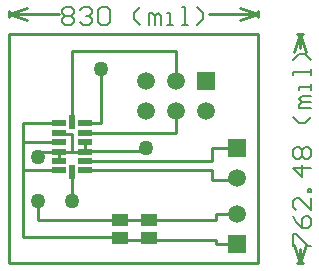
<source format=gtl>
G04 Layer_Physical_Order=1*
G04 Layer_Color=255*
%FSLAX25Y25*%
%MOIN*%
G70*
G01*
G75*
%ADD10R,0.01969X0.04724*%
%ADD11R,0.04724X0.01969*%
%ADD12R,0.05512X0.04331*%
%ADD13C,0.01000*%
%ADD14C,0.00600*%
%ADD15C,0.05906*%
%ADD16R,0.05906X0.05906*%
%ADD17R,0.05906X0.05906*%
%ADD18C,0.05000*%
D10*
X121500Y130732D02*
D03*
Y147268D02*
D03*
D11*
X125831Y131126D02*
D03*
Y134276D02*
D03*
Y137425D02*
D03*
Y140575D02*
D03*
Y143724D02*
D03*
Y146874D02*
D03*
X117169D02*
D03*
Y143724D02*
D03*
Y140575D02*
D03*
Y137425D02*
D03*
Y134276D02*
D03*
Y131126D02*
D03*
D12*
X147000Y108547D02*
D03*
Y114453D02*
D03*
X137500Y108547D02*
D03*
Y114453D02*
D03*
D13*
X196500Y176500D02*
X198500D01*
X196500Y100252D02*
X198500D01*
X197500Y176500D02*
X199500Y170500D01*
X195500D02*
X197500Y176500D01*
Y100252D02*
X199500Y106252D01*
X195500D02*
X197500Y100252D01*
Y171966D02*
Y176500D01*
Y100252D02*
Y104786D01*
X183592Y182099D02*
Y184099D01*
X100592Y182099D02*
Y184099D01*
X177592Y181099D02*
X183592Y183099D01*
X177592Y185099D02*
X183592Y183099D01*
X100592D02*
X106592Y181099D01*
X100592Y183099D02*
X106592Y185099D01*
X167185Y183099D02*
X183592D01*
X100592D02*
X117000D01*
X145831Y138500D02*
X146000D01*
X144831Y137500D02*
X145831Y138500D01*
X125831Y137500D02*
X144831D01*
X125831D02*
Y140575D01*
Y137425D02*
Y137500D01*
X183500Y100252D02*
Y176500D01*
X100500D02*
X183500D01*
X100500Y100252D02*
Y176500D01*
Y100252D02*
X183500D01*
X168000Y138500D02*
X170000D01*
X168000Y134276D02*
Y138500D01*
X137500Y108000D02*
X169500D01*
Y106626D02*
Y108000D01*
Y106626D02*
X176500D01*
X169500Y116626D02*
X176500D01*
X169500Y114500D02*
Y116626D01*
X147000Y114500D02*
X169500D01*
X168000Y128000D02*
X176000D01*
X168000D02*
Y131126D01*
X125831D02*
X168000D01*
X170000Y138500D02*
X176000D01*
X158000Y134276D02*
X168000D01*
X125831D02*
X158000D01*
X121500Y171000D02*
X156000D01*
X121500Y147268D02*
Y171000D01*
X156000Y161000D02*
Y171000D01*
X125831Y143500D02*
X156000D01*
Y151000D01*
X131000Y146874D02*
Y165000D01*
X125831Y146874D02*
X131000D01*
X110000Y121000D02*
Y123000D01*
Y114500D02*
Y121000D01*
Y114500D02*
X137500D01*
X110000Y135500D02*
Y137425D01*
X117169D01*
X121500Y121000D02*
Y130732D01*
X105000Y146874D02*
X117169D01*
X105000Y109000D02*
Y146874D01*
Y109000D02*
X137500D01*
X121500Y137425D02*
X125831D01*
X117169D02*
X121500D01*
X117169Y143405D02*
X121500D01*
Y137425D02*
Y143405D01*
X117169Y134276D02*
Y137425D01*
X137500Y114453D02*
X147000D01*
X125831Y143500D02*
Y143724D01*
X105000Y131126D02*
X117169D01*
X105000Y140575D02*
X117169D01*
Y143724D02*
Y144000D01*
X137500Y108547D02*
Y109000D01*
X117169Y146874D02*
Y147000D01*
D14*
X195101Y105786D02*
Y109785D01*
X196101D01*
X200099Y105786D01*
X201099D01*
X195101Y115783D02*
X196101Y113784D01*
X198100Y111784D01*
X200099D01*
X201099Y112784D01*
Y114783D01*
X200099Y115783D01*
X199100D01*
X198100Y114783D01*
Y111784D01*
X201099Y121781D02*
Y117782D01*
X197100Y121781D01*
X196101D01*
X195101Y120782D01*
Y118782D01*
X196101Y117782D01*
X201099Y123781D02*
X200099D01*
Y124780D01*
X201099D01*
Y123781D01*
Y131778D02*
X195101D01*
X198100Y128779D01*
Y132778D01*
X196101Y134777D02*
X195101Y135777D01*
Y137776D01*
X196101Y138776D01*
X197100D01*
X198100Y137776D01*
X199100Y138776D01*
X200099D01*
X201099Y137776D01*
Y135777D01*
X200099Y134777D01*
X199100D01*
X198100Y135777D01*
X197100Y134777D01*
X196101D01*
X198100Y135777D02*
Y137776D01*
X201099Y148772D02*
X199100Y146773D01*
X197100D01*
X195101Y148772D01*
X201099Y151771D02*
X197100D01*
Y152771D01*
X198100Y153771D01*
X201099D01*
X198100D01*
X197100Y154771D01*
X198100Y155770D01*
X201099D01*
Y157770D02*
Y159769D01*
Y158769D01*
X197100D01*
Y157770D01*
X201099Y162768D02*
Y164767D01*
Y163768D01*
X195101D01*
Y162768D01*
X201099Y167766D02*
X199100Y169766D01*
X197100D01*
X195101Y167766D01*
X118000Y184498D02*
X119000Y185498D01*
X120999D01*
X121999Y184498D01*
Y183499D01*
X120999Y182499D01*
X121999Y181499D01*
Y180500D01*
X120999Y179500D01*
X119000D01*
X118000Y180500D01*
Y181499D01*
X119000Y182499D01*
X118000Y183499D01*
Y184498D01*
X119000Y182499D02*
X120999D01*
X123998Y184498D02*
X124998Y185498D01*
X126997D01*
X127997Y184498D01*
Y183499D01*
X126997Y182499D01*
X125997D01*
X126997D01*
X127997Y181499D01*
Y180500D01*
X126997Y179500D01*
X124998D01*
X123998Y180500D01*
X129996Y184498D02*
X130996Y185498D01*
X132995D01*
X133995Y184498D01*
Y180500D01*
X132995Y179500D01*
X130996D01*
X129996Y180500D01*
Y184498D01*
X143992Y179500D02*
X141992Y181499D01*
Y183499D01*
X143992Y185498D01*
X146991Y179500D02*
Y183499D01*
X147990D01*
X148990Y182499D01*
Y179500D01*
Y182499D01*
X149990Y183499D01*
X150989Y182499D01*
Y179500D01*
X152989D02*
X154988D01*
X153988D01*
Y183499D01*
X152989D01*
X157987Y179500D02*
X159986D01*
X158987D01*
Y185498D01*
X157987D01*
X162985Y179500D02*
X164985Y181499D01*
Y183499D01*
X162985Y185498D01*
D15*
X176500Y128500D02*
D03*
Y116626D02*
D03*
X146000Y151000D02*
D03*
Y161000D02*
D03*
X156000Y151000D02*
D03*
Y161000D02*
D03*
X166000Y151000D02*
D03*
D16*
X176500Y138500D02*
D03*
Y106626D02*
D03*
D17*
X166000Y161000D02*
D03*
D18*
X121500Y121000D02*
D03*
X146000Y138500D02*
D03*
X131000Y165000D02*
D03*
X110000Y121000D02*
D03*
Y135500D02*
D03*
M02*

</source>
